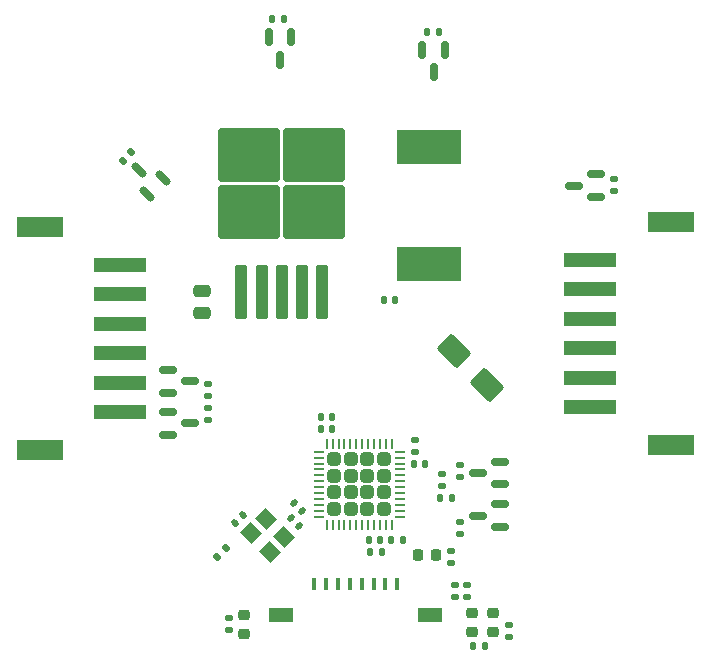
<source format=gbr>
%TF.GenerationSoftware,KiCad,Pcbnew,8.0.1*%
%TF.CreationDate,2024-09-20T18:09:38-07:00*%
%TF.ProjectId,motor_control_design,6d6f746f-725f-4636-9f6e-74726f6c5f64,rev?*%
%TF.SameCoordinates,Original*%
%TF.FileFunction,Paste,Top*%
%TF.FilePolarity,Positive*%
%FSLAX46Y46*%
G04 Gerber Fmt 4.6, Leading zero omitted, Abs format (unit mm)*
G04 Created by KiCad (PCBNEW 8.0.1) date 2024-09-20 18:09:38*
%MOMM*%
%LPD*%
G01*
G04 APERTURE LIST*
G04 Aperture macros list*
%AMRoundRect*
0 Rectangle with rounded corners*
0 $1 Rounding radius*
0 $2 $3 $4 $5 $6 $7 $8 $9 X,Y pos of 4 corners*
0 Add a 4 corners polygon primitive as box body*
4,1,4,$2,$3,$4,$5,$6,$7,$8,$9,$2,$3,0*
0 Add four circle primitives for the rounded corners*
1,1,$1+$1,$2,$3*
1,1,$1+$1,$4,$5*
1,1,$1+$1,$6,$7*
1,1,$1+$1,$8,$9*
0 Add four rect primitives between the rounded corners*
20,1,$1+$1,$2,$3,$4,$5,0*
20,1,$1+$1,$4,$5,$6,$7,0*
20,1,$1+$1,$6,$7,$8,$9,0*
20,1,$1+$1,$8,$9,$2,$3,0*%
%AMRotRect*
0 Rectangle, with rotation*
0 The origin of the aperture is its center*
0 $1 length*
0 $2 width*
0 $3 Rotation angle, in degrees counterclockwise*
0 Add horizontal line*
21,1,$1,$2,0,0,$3*%
G04 Aperture macros list end*
%ADD10RoundRect,0.250000X-0.475000X0.250000X-0.475000X-0.250000X0.475000X-0.250000X0.475000X0.250000X0*%
%ADD11RoundRect,0.140000X0.219203X0.021213X0.021213X0.219203X-0.219203X-0.021213X-0.021213X-0.219203X0*%
%ADD12RoundRect,0.135000X0.185000X-0.135000X0.185000X0.135000X-0.185000X0.135000X-0.185000X-0.135000X0*%
%ADD13RoundRect,0.150000X0.521491X-0.309359X-0.309359X0.521491X-0.521491X0.309359X0.309359X-0.521491X0*%
%ADD14RoundRect,0.218750X0.256250X-0.218750X0.256250X0.218750X-0.256250X0.218750X-0.256250X-0.218750X0*%
%ADD15RoundRect,0.135000X-0.185000X0.135000X-0.185000X-0.135000X0.185000X-0.135000X0.185000X0.135000X0*%
%ADD16RoundRect,0.218750X-0.218750X-0.256250X0.218750X-0.256250X0.218750X0.256250X-0.218750X0.256250X0*%
%ADD17RoundRect,0.135000X-0.035355X0.226274X-0.226274X0.035355X0.035355X-0.226274X0.226274X-0.035355X0*%
%ADD18RoundRect,0.140000X-0.140000X-0.170000X0.140000X-0.170000X0.140000X0.170000X-0.140000X0.170000X0*%
%ADD19RoundRect,0.062500X0.375000X-0.062500X0.375000X0.062500X-0.375000X0.062500X-0.375000X-0.062500X0*%
%ADD20RoundRect,0.062500X0.062500X-0.375000X0.062500X0.375000X-0.062500X0.375000X-0.062500X-0.375000X0*%
%ADD21RoundRect,0.250000X0.315000X-0.315000X0.315000X0.315000X-0.315000X0.315000X-0.315000X-0.315000X0*%
%ADD22RoundRect,0.250000X-1.166726X0.247487X0.247487X-1.166726X1.166726X-0.247487X-0.247487X1.166726X0*%
%ADD23R,2.000000X1.300000*%
%ADD24R,0.400000X1.000000*%
%ADD25RoundRect,0.135000X0.135000X0.185000X-0.135000X0.185000X-0.135000X-0.185000X0.135000X-0.185000X0*%
%ADD26RoundRect,0.140000X-0.170000X0.140000X-0.170000X-0.140000X0.170000X-0.140000X0.170000X0.140000X0*%
%ADD27RoundRect,0.150000X-0.150000X0.587500X-0.150000X-0.587500X0.150000X-0.587500X0.150000X0.587500X0*%
%ADD28RoundRect,0.150000X0.587500X0.150000X-0.587500X0.150000X-0.587500X-0.150000X0.587500X-0.150000X0*%
%ADD29R,5.400000X2.900000*%
%ADD30RoundRect,0.150000X-0.587500X-0.150000X0.587500X-0.150000X0.587500X0.150000X-0.587500X0.150000X0*%
%ADD31RoundRect,0.250000X0.300000X-2.050000X0.300000X2.050000X-0.300000X2.050000X-0.300000X-2.050000X0*%
%ADD32RoundRect,0.250000X2.375000X-2.025000X2.375000X2.025000X-2.375000X2.025000X-2.375000X-2.025000X0*%
%ADD33RotRect,1.400000X1.200000X135.000000*%
%ADD34RoundRect,0.140000X0.021213X-0.219203X0.219203X-0.021213X-0.021213X0.219203X-0.219203X0.021213X0*%
%ADD35RoundRect,0.135000X-0.135000X-0.185000X0.135000X-0.185000X0.135000X0.185000X-0.135000X0.185000X0*%
%ADD36RoundRect,0.140000X0.140000X0.170000X-0.140000X0.170000X-0.140000X-0.170000X0.140000X-0.170000X0*%
%ADD37R,3.911600X1.803400*%
%ADD38R,4.495800X1.295400*%
%ADD39RoundRect,0.135000X0.035355X-0.226274X0.226274X-0.035355X-0.035355X0.226274X-0.226274X0.035355X0*%
G04 APERTURE END LIST*
D10*
%TO.C,C14*%
X136017000Y-86045001D03*
X136017000Y-87944999D03*
%TD*%
D11*
%TO.C,C4*%
X144484411Y-104733411D03*
X143805589Y-104054589D03*
%TD*%
D12*
%TO.C,R21*%
X157861000Y-106681999D03*
X157861000Y-105662001D03*
%TD*%
D13*
%TO.C,Q13*%
X131337074Y-77816577D03*
X132680577Y-76473074D03*
X130683000Y-75819000D03*
%TD*%
D14*
%TO.C,D2*%
X158879000Y-114937000D03*
X158879000Y-113361998D03*
%TD*%
D15*
%TO.C,R3*%
X157480000Y-110996001D03*
X157480000Y-112015999D03*
%TD*%
D16*
%TO.C,FB1*%
X154279500Y-108458000D03*
X155854500Y-108458000D03*
%TD*%
D17*
%TO.C,R1*%
X138028624Y-107843376D03*
X137307376Y-108564624D03*
%TD*%
D18*
%TO.C,C7*%
X153952000Y-100711000D03*
X154912000Y-100711000D03*
%TD*%
D19*
%TO.C,U1*%
X145896070Y-105177000D03*
X145896070Y-104677000D03*
X145896070Y-104176999D03*
X145896070Y-103677000D03*
X145896070Y-103177001D03*
X145896070Y-102677000D03*
X145896070Y-102177000D03*
X145896070Y-101676999D03*
X145896070Y-101177000D03*
X145896070Y-100677001D03*
X145896070Y-100177000D03*
X145896070Y-99677000D03*
D20*
X146583570Y-98989500D03*
X147083570Y-98989500D03*
X147583571Y-98989500D03*
X148083570Y-98989500D03*
X148583569Y-98989500D03*
X149083570Y-98989500D03*
X149583570Y-98989500D03*
X150083571Y-98989500D03*
X150583570Y-98989500D03*
X151083569Y-98989500D03*
X151583570Y-98989500D03*
X152083570Y-98989500D03*
D19*
X152771070Y-99677000D03*
X152771070Y-100177000D03*
X152771070Y-100677001D03*
X152771070Y-101177000D03*
X152771070Y-101676999D03*
X152771070Y-102177000D03*
X152771070Y-102677000D03*
X152771070Y-103177001D03*
X152771070Y-103677000D03*
X152771070Y-104176999D03*
X152771070Y-104677000D03*
X152771070Y-105177000D03*
D20*
X152083570Y-105864500D03*
X151583570Y-105864500D03*
X151083569Y-105864500D03*
X150583570Y-105864500D03*
X150083571Y-105864500D03*
X149583570Y-105864500D03*
X149083570Y-105864500D03*
X148583569Y-105864500D03*
X148083570Y-105864500D03*
X147583571Y-105864500D03*
X147083570Y-105864500D03*
X146583570Y-105864500D03*
D21*
X151433570Y-100327000D03*
X150033570Y-100327000D03*
X148633570Y-100327000D03*
X147233570Y-100327000D03*
X151433570Y-101727000D03*
X150033570Y-101727000D03*
X148633570Y-101727000D03*
X147233570Y-101727000D03*
X151433570Y-103127000D03*
X150033570Y-103127000D03*
X148633570Y-103127000D03*
X147233570Y-103127000D03*
X151433570Y-104527000D03*
X150033570Y-104527000D03*
X148633570Y-104527000D03*
X147233570Y-104527000D03*
%TD*%
D22*
%TO.C,D11*%
X160164214Y-93997214D03*
X157335786Y-91168786D03*
%TD*%
D14*
%TO.C,D3*%
X160657000Y-114937000D03*
X160657000Y-113361998D03*
%TD*%
D23*
%TO.C,J5*%
X155348000Y-113538000D03*
X142748000Y-113538000D03*
D24*
X152548000Y-110838000D03*
X151548000Y-110838000D03*
X150548000Y-110838000D03*
X149548000Y-110838000D03*
X148548000Y-110838000D03*
X147548000Y-110838000D03*
X146548000Y-110838000D03*
X145548000Y-110838000D03*
%TD*%
D25*
%TO.C,R24*%
X156084999Y-64135000D03*
X155065001Y-64135000D03*
%TD*%
D26*
%TO.C,C11*%
X157099000Y-108105000D03*
X157099000Y-109065000D03*
%TD*%
D11*
%TO.C,C2*%
X144230411Y-106003411D03*
X143551589Y-105324589D03*
%TD*%
D12*
%TO.C,R8*%
X162054000Y-115395997D03*
X162054000Y-114375999D03*
%TD*%
D18*
%TO.C,C15*%
X151440000Y-86868000D03*
X152400000Y-86868000D03*
%TD*%
D27*
%TO.C,Q4*%
X143571000Y-64594500D03*
X141671000Y-64594500D03*
X142621000Y-66469501D03*
%TD*%
D28*
%TO.C,Q5*%
X169418000Y-78105000D03*
X169418000Y-76205000D03*
X167542999Y-77155000D03*
%TD*%
D15*
%TO.C,R10*%
X136525000Y-96012000D03*
X136525000Y-97031998D03*
%TD*%
D12*
%TO.C,R9*%
X136525000Y-94997999D03*
X136525000Y-93978001D03*
%TD*%
%TO.C,R2*%
X158496000Y-112015999D03*
X158496000Y-110996001D03*
%TD*%
%TO.C,R17*%
X170942000Y-77597000D03*
X170942000Y-76577002D03*
%TD*%
D18*
%TO.C,C1*%
X146078000Y-96774000D03*
X147038000Y-96774000D03*
%TD*%
D29*
%TO.C,L1*%
X155232000Y-83814002D03*
X155232000Y-73914000D03*
%TD*%
D30*
%TO.C,Q10*%
X133126000Y-96332000D03*
X133126000Y-98232000D03*
X135001000Y-97282000D03*
%TD*%
D15*
%TO.C,R22*%
X157861000Y-100836001D03*
X157861000Y-101855999D03*
%TD*%
D12*
%TO.C,R5*%
X138303000Y-114809999D03*
X138303000Y-113790001D03*
%TD*%
D31*
%TO.C,U3*%
X139367000Y-86124000D03*
X141067000Y-86123999D03*
X142767000Y-86124000D03*
D32*
X139992000Y-79399000D03*
X145542000Y-79399000D03*
X139992000Y-74549000D03*
X145542000Y-74549000D03*
D31*
X144467000Y-86123999D03*
X146167000Y-86124000D03*
%TD*%
D28*
%TO.C,Q11*%
X161290000Y-106040000D03*
X161290000Y-104140000D03*
X159414999Y-105090000D03*
%TD*%
D15*
%TO.C,R11*%
X156337000Y-101598001D03*
X156337000Y-102617999D03*
%TD*%
D28*
%TO.C,Q12*%
X161260001Y-102423000D03*
X161260001Y-100523000D03*
X159385000Y-101473000D03*
%TD*%
D18*
%TO.C,C3*%
X152047000Y-107188000D03*
X153007000Y-107188000D03*
%TD*%
D33*
%TO.C,Y1*%
X142965716Y-106934000D03*
X141410081Y-105378365D03*
X140208000Y-106580446D03*
X141763635Y-108136081D03*
%TD*%
D25*
%TO.C,R6*%
X143003999Y-63070499D03*
X141984001Y-63070499D03*
%TD*%
D18*
%TO.C,C8*%
X146078000Y-97790000D03*
X147038000Y-97790000D03*
%TD*%
D30*
%TO.C,Q8*%
X133126000Y-92776000D03*
X133126000Y-94676000D03*
X135001000Y-93726000D03*
%TD*%
D34*
%TO.C,C5*%
X138852589Y-105749411D03*
X139531411Y-105070589D03*
%TD*%
D35*
%TO.C,R7*%
X159004000Y-116155998D03*
X160024000Y-116155998D03*
%TD*%
D36*
%TO.C,C9*%
X151102000Y-107188000D03*
X150142000Y-107188000D03*
%TD*%
%TO.C,C10*%
X151229000Y-108204000D03*
X150269000Y-108204000D03*
%TD*%
D37*
%TO.C,J6*%
X122310953Y-99530498D03*
X122310944Y-80630497D03*
D38*
X129110949Y-96330498D03*
X129110944Y-93830497D03*
X129110945Y-91330496D03*
X129110948Y-88830496D03*
X129110946Y-86330501D03*
X129110946Y-83830497D03*
%TD*%
D14*
%TO.C,D1*%
X139573000Y-115087501D03*
X139573000Y-113512499D03*
%TD*%
D37*
%TO.C,J8*%
X175712194Y-80211998D03*
X175712202Y-99111999D03*
D38*
X168912197Y-83411998D03*
X168912202Y-85911999D03*
X168912201Y-88412000D03*
X168912198Y-90912000D03*
X168912200Y-93411995D03*
X168912200Y-95911999D03*
%TD*%
D39*
%TO.C,R4*%
X129306376Y-75036624D03*
X130027624Y-74315376D03*
%TD*%
D26*
%TO.C,C6*%
X154051000Y-98707000D03*
X154051000Y-99667000D03*
%TD*%
D35*
%TO.C,R12*%
X156208000Y-103632000D03*
X157228000Y-103632000D03*
%TD*%
D27*
%TO.C,Q16*%
X156586000Y-65659000D03*
X154686000Y-65659000D03*
X155636000Y-67534001D03*
%TD*%
M02*

</source>
